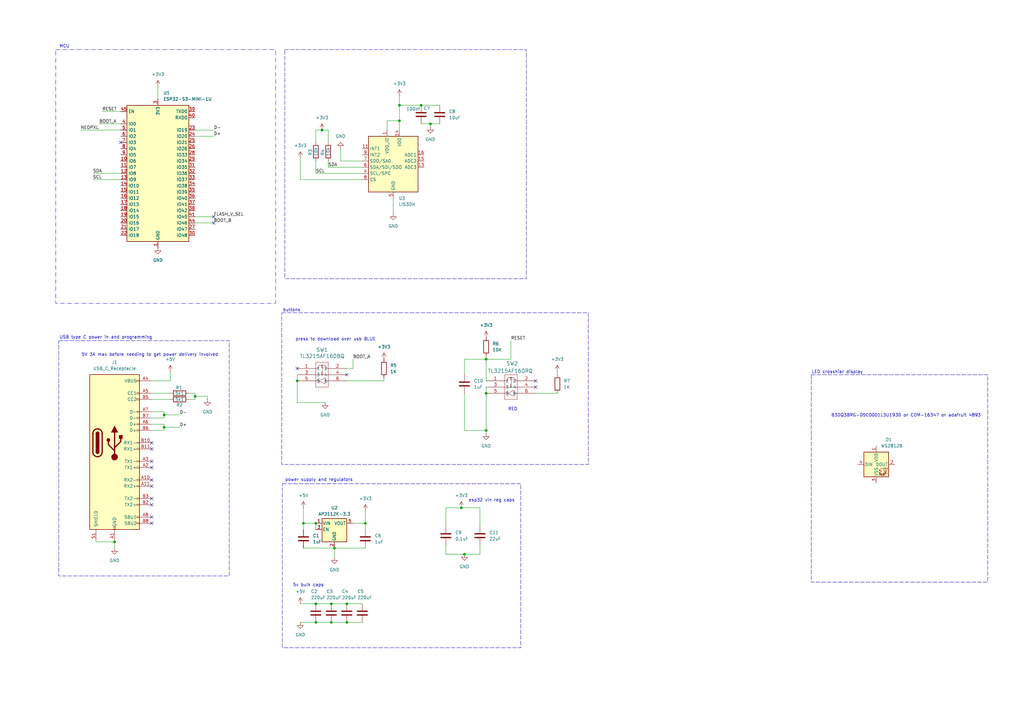
<source format=kicad_sch>
(kicad_sch (version 20231120) (generator "eeschema") (generator_version "8.0")
  (paper "A3")
  (lib_symbols
    (symbol "B3DQ3:B3DQ3BRG"
      (property "Reference" "LED" (at 0 -3.556 0))
      (symbol "B3DQ3BRG_0_0"
        (text "RGB" (at 1.016 -1.905 0) (effects (font (size 0.762 0.762))))
      )
      (symbol "B3DQ3BRG_0_1"
        (polyline (pts (xy 0 -1.27) (xy 0.508 -1.27)))
        (polyline (pts (xy 0 -0.254) (xy 0.508 -0.254)))
        (polyline (pts (xy 3.429 -1.27) (xy 1.397 -1.27)))
        (polyline (pts (xy 1.016 -0.254) (xy 0 -1.27) (xy 0 -0.762)))
        (polyline (pts (xy 1.016 0.762) (xy 0 -0.254) (xy 0 0.254)))
        (polyline (pts (xy 2.413 1.27) (xy 2.413 -1.27) (xy 2.413 -1.778)))
        (polyline (pts (xy 3.429 0.762) (xy 1.397 0.762) (xy 2.413 -1.27) (xy 3.429 0.762)))
      )
      (symbol "B3DQ3BRG_1_1"
        (rectangle (start -5.08 2.54) (end 7.62 -2.54) (fill (type background)))
        (pin input line (at -7.62 -1.27 0) (length 2.54) (name "VSS") (number "1"))
        (pin input line (at -7.62 1.27 0) (length 2.54) (name "VDD") (number "2"))
        (pin input line (at 10.16 1.27 180) (length 2.54) (name "DI") (number "3"))
        (pin input line (at 10.16 -1.27 180) (length 2.54) (name "DO") (number "4"))
      )
    )
    (symbol "Connector:USB_C_Receptacle" (pin_names (offset 1.016))
      (property "Reference" "J" (at -10.16 29.21 0))
      (property "Value" "USB_C_Receptacle" (at 10.16 29.21 0))
      (symbol "USB_C_Receptacle_0_0"
        (rectangle (start -0.254 -35.56) (end 0.254 -34.544))
        (rectangle (start 10.16 -32.766) (end 9.144 -33.274))
        (rectangle (start 10.16 -30.226) (end 9.144 -30.734))
        (rectangle (start 10.16 -25.146) (end 9.144 -25.654))
        (rectangle (start 10.16 -22.606) (end 9.144 -23.114))
        (rectangle (start 10.16 -17.526) (end 9.144 -18.034))
        (rectangle (start 10.16 -14.986) (end 9.144 -15.494))
        (rectangle (start 10.16 -9.906) (end 9.144 -10.414))
        (rectangle (start 10.16 -7.366) (end 9.144 -7.874))
        (rectangle (start 10.16 -2.286) (end 9.144 -2.794))
        (rectangle (start 10.16 0.254) (end 9.144 -0.254))
        (rectangle (start 10.16 5.334) (end 9.144 4.826))
        (rectangle (start 10.16 7.874) (end 9.144 7.366))
        (rectangle (start 10.16 10.414) (end 9.144 9.906))
        (rectangle (start 10.16 12.954) (end 9.144 12.446))
        (rectangle (start 10.16 18.034) (end 9.144 17.526))
        (rectangle (start 10.16 20.574) (end 9.144 20.066))
        (rectangle (start 10.16 25.654) (end 9.144 25.146))
      )
      (symbol "USB_C_Receptacle_0_1"
        (rectangle (start -10.16 27.94) (end 10.16 -35.56) (stroke (width 0.254)) (fill (type background)))
        (arc (start -8.89 -3.81) (mid -6.985 -5.7067) (end -5.08 -3.81) (stroke (width 0.508)))
        (arc (start -7.62 -3.81) (mid -6.985 -4.4423) (end -6.35 -3.81) (stroke (width 0.254)))
        (arc (start -7.62 -3.81) (mid -6.985 -4.4423) (end -6.35 -3.81) (stroke (width 0.254)) (fill (type outline)))
        (rectangle (start -7.62 -3.81) (end -6.35 3.81) (stroke (width 0.254)) (fill (type outline)))
        (arc (start -6.35 3.81) (mid -6.985 4.4423) (end -7.62 3.81) (stroke (width 0.254)))
        (arc (start -6.35 3.81) (mid -6.985 4.4423) (end -7.62 3.81) (stroke (width 0.254)) (fill (type outline)))
        (arc (start -5.08 3.81) (mid -6.985 5.7067) (end -8.89 3.81) (stroke (width 0.508)))
        (polyline (pts (xy -8.89 -3.81) (xy -8.89 3.81)) (stroke (width 0.508)))
        (polyline (pts (xy -5.08 3.81) (xy -5.08 -3.81)) (stroke (width 0.508)))
      )
      (symbol "USB_C_Receptacle_1_1"
        (circle (center -2.54 1.143) (radius 0.635) (stroke (width 0.254)) (fill (type outline)))
        (circle (center 0 -5.842) (radius 1.27) (fill (type outline)))
        (polyline (pts (xy 0 -5.842) (xy 0 4.318)) (stroke (width 0.508)))
        (polyline (pts (xy 0 -3.302) (xy -2.54 -0.762) (xy -2.54 0.508)) (stroke (width 0.508)))
        (polyline (pts (xy 0 -2.032) (xy 2.54 0.508) (xy 2.54 1.778)) (stroke (width 0.508)))
        (polyline (pts (xy -1.27 4.318) (xy 0 6.858) (xy 1.27 4.318) (xy -1.27 4.318)) (stroke (width 0.254)) (fill (type outline)))
        (rectangle (start 1.905 1.778) (end 3.175 3.048) (stroke (width 0.254)) (fill (type outline)))
        (pin passive line (at 0 -40.64 90) (length 5.08) (name "GND") (number "A1"))
        (pin bidirectional line (at 15.24 -15.24 180) (length 5.08) (name "RX2-") (number "A10"))
        (pin bidirectional line (at 15.24 -17.78 180) (length 5.08) (name "RX2+") (number "A11"))
        (pin passive line (at 0 -40.64 90) (length 5.08) hide (name "GND") (number "A12"))
        (pin bidirectional line (at 15.24 -10.16 180) (length 5.08) (name "TX1+") (number "A2"))
        (pin bidirectional line (at 15.24 -7.62 180) (length 5.08) (name "TX1-") (number "A3"))
        (pin passive line (at 15.24 25.4 180) (length 5.08) (name "VBUS") (number "A4"))
        (pin bidirectional line (at 15.24 20.32 180) (length 5.08) (name "CC1") (number "A5"))
        (pin bidirectional line (at 15.24 7.62 180) (length 5.08) (name "D+") (number "A6"))
        (pin bidirectional line (at 15.24 12.7 180) (length 5.08) (name "D-") (number "A7"))
        (pin bidirectional line (at 15.24 -30.48 180) (length 5.08) (name "SBU1") (number "A8"))
        (pin passive line (at 15.24 25.4 180) (length 5.08) hide (name "VBUS") (number "A9"))
        (pin passive line (at 0 -40.64 90) (length 5.08) hide (name "GND") (number "B1"))
        (pin bidirectional line (at 15.24 0 180) (length 5.08) (name "RX1-") (number "B10"))
        (pin bidirectional line (at 15.24 -2.54 180) (length 5.08) (name "RX1+") (number "B11"))
        (pin passive line (at 0 -40.64 90) (length 5.08) hide (name "GND") (number "B12"))
        (pin bidirectional line (at 15.24 -25.4 180) (length 5.08) (name "TX2+") (number "B2"))
        (pin bidirectional line (at 15.24 -22.86 180) (length 5.08) (name "TX2-") (number "B3"))
        (pin passive line (at 15.24 25.4 180) (length 5.08) hide (name "VBUS") (number "B4"))
        (pin bidirectional line (at 15.24 17.78 180) (length 5.08) (name "CC2") (number "B5"))
        (pin bidirectional line (at 15.24 5.08 180) (length 5.08) (name "D+") (number "B6"))
        (pin bidirectional line (at 15.24 10.16 180) (length 5.08) (name "D-") (number "B7"))
        (pin bidirectional line (at 15.24 -33.02 180) (length 5.08) (name "SBU2") (number "B8"))
        (pin passive line (at 15.24 25.4 180) (length 5.08) hide (name "VBUS") (number "B9"))
        (pin passive line (at -7.62 -40.64 90) (length 5.08) (name "SHIELD") (number "S1"))
      )
    )
    (symbol "Device:C" (pin_numbers hide) (pin_names (offset 0.254))
      (property "Reference" "C" (at 0.635 2.54 0))
      (property "Value" "C" (at 0.635 -2.54 0))
      (symbol "C_0_1"
        (polyline (pts (xy -2.032 -0.762) (xy 2.032 -0.762)) (stroke (width 0.508)))
        (polyline (pts (xy -2.032 0.762) (xy 2.032 0.762)) (stroke (width 0.508)))
      )
      (symbol "C_1_1"
        (pin passive line (at 0 3.81 270) (length 2.794) (name "~") (number "1"))
        (pin passive line (at 0 -3.81 90) (length 2.794) (name "~") (number "2"))
      )
    )
    (symbol "Device:R" (pin_numbers hide) (pin_names (offset 0))
      (property "Reference" "R" (at 2.032 0 90))
      (property "Value" "R" (at 0 0 90))
      (symbol "R_0_1"
        (rectangle (start -1.016 -2.54) (end 1.016 2.54) (stroke (width 0.254)))
      )
      (symbol "R_1_1"
        (pin passive line (at 0 3.81 270) (length 1.27) (name "~") (number "1"))
        (pin passive line (at 0 -3.81 90) (length 1.27) (name "~") (number "2"))
      )
    )
    (symbol "LED:WS2812B" (pin_names (offset 0.254))
      (property "Reference" "D" (at 5.08 5.715 0))
      (property "Value" "WS2812B" (at 1.27 -5.715 0))
      (symbol "WS2812B_0_0"
        (text "RGB" (at 2.286 -4.191 0) (effects (font (size 0.762 0.762))))
      )
      (symbol "WS2812B_0_1"
        (polyline (pts (xy 1.27 -3.556) (xy 1.778 -3.556)))
        (polyline (pts (xy 1.27 -2.54) (xy 1.778 -2.54)))
        (polyline (pts (xy 4.699 -3.556) (xy 2.667 -3.556)))
        (polyline (pts (xy 2.286 -2.54) (xy 1.27 -3.556) (xy 1.27 -3.048)))
        (polyline (pts (xy 2.286 -1.524) (xy 1.27 -2.54) (xy 1.27 -2.032)))
        (polyline (pts (xy 3.683 -1.016) (xy 3.683 -3.556) (xy 3.683 -4.064)))
        (polyline (pts (xy 4.699 -1.524) (xy 2.667 -1.524) (xy 3.683 -3.556) (xy 4.699 -1.524)))
        (rectangle (start 5.08 5.08) (end -5.08 -5.08) (stroke (width 0.254)) (fill (type background)))
      )
      (symbol "WS2812B_1_1"
        (pin power_in line (at 0 7.62 270) (length 2.54) (name "VDD") (number "1"))
        (pin output line (at 7.62 0 180) (length 2.54) (name "DOUT") (number "2"))
        (pin power_in line (at 0 -7.62 90) (length 2.54) (name "VSS") (number "3"))
        (pin input line (at -7.62 0 0) (length 2.54) (name "DIN") (number "4"))
      )
    )
    (symbol "MCU_Espressif:ESP32-S3-MINI-1U"
      (property "Reference" "U" (at -11.43 29.21 0))
      (property "Value" "ESP32-S3-MINI-1U" (at 12.7 29.21 0))
      (symbol "ESP32-S3-MINI-1U_0_1"
        (rectangle (start -12.7 27.94) (end 12.7 -27.94) (stroke (width 0.254)) (fill (type background)))
      )
      (symbol "ESP32-S3-MINI-1U_1_1"
        (pin power_in line (at 0 -30.48 90) (length 2.54) (name "GND") (number "1"))
        (pin bidirectional line (at -15.24 5.08 0) (length 2.54) (name "IO6") (number "10"))
        (pin bidirectional line (at -15.24 2.54 0) (length 2.54) (name "IO7") (number "11"))
        (pin bidirectional line (at -15.24 0 0) (length 2.54) (name "IO8") (number "12"))
        (pin bidirectional line (at -15.24 -2.54 0) (length 2.54) (name "IO9") (number "13"))
        (pin bidirectional line (at -15.24 -5.08 0) (length 2.54) (name "IO10") (number "14"))
        (pin bidirectional line (at -15.24 -7.62 0) (length 2.54) (name "IO11") (number "15"))
        (pin bidirectional line (at -15.24 -10.16 0) (length 2.54) (name "IO12") (number "16"))
        (pin bidirectional line (at -15.24 -12.7 0) (length 2.54) (name "IO13") (number "17"))
        (pin bidirectional line (at -15.24 -15.24 0) (length 2.54) (name "IO14") (number "18"))
        (pin bidirectional line (at -15.24 -17.78 0) (length 2.54) (name "IO15") (number "19"))
        (pin passive line (at 0 -30.48 90) (length 2.54) hide (name "GND") (number "2"))
        (pin bidirectional line (at -15.24 -20.32 0) (length 2.54) (name "IO16") (number "20"))
        (pin bidirectional line (at -15.24 -22.86 0) (length 2.54) (name "IO17") (number "21"))
        (pin bidirectional line (at -15.24 -25.4 0) (length 2.54) (name "IO18") (number "22"))
        (pin bidirectional line (at 15.24 17.78 180) (length 2.54) (name "IO19") (number "23"))
        (pin bidirectional line (at 15.24 15.24 180) (length 2.54) (name "IO20") (number "24"))
        (pin bidirectional line (at 15.24 12.7 180) (length 2.54) (name "IO21") (number "25"))
        (pin bidirectional line (at 15.24 10.16 180) (length 2.54) (name "IO26") (number "26"))
        (pin bidirectional line (at 15.24 -22.86 180) (length 2.54) (name "IO47") (number "27"))
        (pin bidirectional line (at 15.24 7.62 180) (length 2.54) (name "IO33") (number "28"))
        (pin bidirectional line (at 15.24 5.08 180) (length 2.54) (name "IO34") (number "29"))
        (pin power_in line (at 0 30.48 270) (length 2.54) (name "3V3") (number "3"))
        (pin bidirectional line (at 15.24 -25.4 180) (length 2.54) (name "IO48") (number "30"))
        (pin bidirectional line (at 15.24 2.54 180) (length 2.54) (name "IO35") (number "31"))
        (pin bidirectional line (at 15.24 0 180) (length 2.54) (name "IO36") (number "32"))
        (pin bidirectional line (at 15.24 -2.54 180) (length 2.54) (name "IO37") (number "33"))
        (pin bidirectional line (at 15.24 -5.08 180) (length 2.54) (name "IO38") (number "34"))
        (pin bidirectional line (at 15.24 -7.62 180) (length 2.54) (name "IO39") (number "35"))
        (pin bidirectional line (at 15.24 -10.16 180) (length 2.54) (name "IO40") (number "36"))
        (pin bidirectional line (at 15.24 -12.7 180) (length 2.54) (name "IO41") (number "37"))
        (pin bidirectional line (at 15.24 -15.24 180) (length 2.54) (name "IO42") (number "38"))
        (pin bidirectional line (at 15.24 25.4 180) (length 2.54) (name "TXD0") (number "39"))
        (pin bidirectional line (at -15.24 20.32 0) (length 2.54) (name "IO0") (number "4"))
        (pin bidirectional line (at 15.24 22.86 180) (length 2.54) (name "RXD0") (number "40"))
        (pin bidirectional line (at 15.24 -17.78 180) (length 2.54) (name "IO45") (number "41"))
        (pin passive line (at 0 -30.48 90) (length 2.54) hide (name "GND") (number "42"))
        (pin passive line (at 0 -30.48 90) (length 2.54) hide (name "GND") (number "43"))
        (pin bidirectional line (at 15.24 -20.32 180) (length 2.54) (name "IO46") (number "44"))
        (pin input line (at -15.24 25.4 0) (length 2.54) (name "EN") (number "45"))
        (pin passive line (at 0 -30.48 90) (length 2.54) hide (name "GND") (number "46"))
        (pin passive line (at 0 -30.48 90) (length 2.54) hide (name "GND") (number "47"))
        (pin passive line (at 0 -30.48 90) (length 2.54) hide (name "GND") (number "48"))
        (pin passive line (at 0 -30.48 90) (length 2.54) hide (name "GND") (number "49"))
        (pin bidirectional line (at -15.24 17.78 0) (length 2.54) (name "IO1") (number "5"))
        (pin passive line (at 0 -30.48 90) (length 2.54) hide (name "GND") (number "50"))
        (pin passive line (at 0 -30.48 90) (length 2.54) hide (name "GND") (number "51"))
        (pin passive line (at 0 -30.48 90) (length 2.54) hide (name "GND") (number "52"))
        (pin passive line (at 0 -30.48 90) (length 2.54) hide (name "GND") (number "53"))
        (pin passive line (at 0 -30.48 90) (length 2.54) hide (name "GND") (number "54"))
        (pin passive line (at 0 -30.48 90) (length 2.54) hide (name "GND") (number "55"))
        (pin passive line (at 0 -30.48 90) (length 2.54) hide (name "GND") (number "56"))
        (pin passive line (at 0 -30.48 90) (length 2.54) hide (name "GND") (number "57"))
        (pin passive line (at 0 -30.48 90) (length 2.54) hide (name "GND") (number "58"))
        (pin passive line (at 0 -30.48 90) (length 2.54) hide (name "GND") (number "59"))
        (pin bidirectional line (at -15.24 15.24 0) (length 2.54) (name "IO2") (number "6"))
        (pin passive line (at 0 -30.48 90) (length 2.54) hide (name "GND") (number "60"))
        (pin passive line (at 0 -30.48 90) (length 2.54) hide (name "GND") (number "61"))
        (pin passive line (at 0 -30.48 90) (length 2.54) hide (name "GND") (number "62"))
        (pin passive line (at 0 -30.48 90) (length 2.54) hide (name "GND") (number "63"))
        (pin passive line (at 0 -30.48 90) (length 2.54) hide (name "GND") (number "64"))
        (pin passive line (at 0 -30.48 90) (length 2.54) hide (name "GND") (number "65"))
        (pin bidirectional line (at -15.24 12.7 0) (length 2.54) (name "IO3") (number "7"))
        (pin bidirectional line (at -15.24 10.16 0) (length 2.54) (name "IO4") (number "8"))
        (pin bidirectional line (at -15.24 7.62 0) (length 2.54) (name "IO5") (number "9"))
      )
    )
    (symbol "Regulator_Linear:AP2112K-3.3" (pin_names (offset 0.254))
      (property "Reference" "U" (at -5.08 5.715 0))
      (property "Value" "AP2112K-3.3" (at 0 5.715 0))
      (symbol "AP2112K-3.3_0_1"
        (rectangle (start -5.08 4.445) (end 5.08 -5.08) (stroke (width 0.254)) (fill (type background)))
      )
      (symbol "AP2112K-3.3_1_1"
        (pin power_in line (at -7.62 2.54 0) (length 2.54) (name "VIN") (number "1"))
        (pin power_in line (at 0 -7.62 90) (length 2.54) (name "GND") (number "2"))
        (pin input line (at -7.62 0 0) (length 2.54) (name "EN") (number "3"))
        (pin no_connect line (at 5.08 0 180) (length 2.54) hide (name "NC") (number "4"))
        (pin power_out line (at 7.62 2.54 180) (length 2.54) (name "VOUT") (number "5"))
      )
    )
    (symbol "Sensor_Motion:LIS3DH"
      (property "Reference" "U" (at -7.62 11.43 0))
      (property "Value" "LIS3DH" (at 6.35 11.43 0))
      (symbol "LIS3DH_0_1"
        (rectangle (start -10.16 10.16) (end 10.16 -12.7) (stroke (width 0.254)) (fill (type background)))
      )
      (symbol "LIS3DH_1_1"
        (pin power_in line (at -2.54 12.7 270) (length 2.54) (name "VDD_IO") (number "1"))
        (pin passive line (at 0 -15.24 90) (length 2.54) hide (name "GND") (number "10"))
        (pin output line (at -12.7 5.08 0) (length 2.54) (name "INT1") (number "11"))
        (pin passive line (at 0 -15.24 90) (length 2.54) hide (name "GND") (number "12"))
        (pin input line (at 12.7 -2.54 180) (length 2.54) (name "ADC3") (number "13"))
        (pin power_in line (at 2.54 12.7 270) (length 2.54) (name "VDD") (number "14"))
        (pin input line (at 12.7 0 180) (length 2.54) (name "ADC2") (number "15"))
        (pin input line (at 12.7 2.54 180) (length 2.54) (name "ADC1") (number "16"))
        (pin no_connect line (at 10.16 5.08 180) (length 2.54) hide (name "NC") (number "2"))
        (pin no_connect line (at 10.16 7.62 180) (length 2.54) hide (name "NC") (number "3"))
        (pin input line (at -12.7 -5.08 0) (length 2.54) (name "SCL/SPC") (number "4"))
        (pin power_in line (at 0 -15.24 90) (length 2.54) (name "GND") (number "5"))
        (pin bidirectional line (at -12.7 -2.54 0) (length 2.54) (name "SDA/SDI/SDO") (number "6"))
        (pin bidirectional line (at -12.7 0 0) (length 2.54) (name "SDO/SA0") (number "7"))
        (pin input line (at -12.7 -7.62 0) (length 2.54) (name "CS") (number "8"))
        (pin output line (at -12.7 2.54 0) (length 2.54) (name "INT2") (number "9"))
      )
    )
    (symbol "TL3215:TL3215AF160BQ" (pin_names (offset 0.254))
      (property "Reference" "SW" (at 10.16 7.62 0))
      (property "Value" "TL3215AF160BQ" (at 10.16 5.08 0))
      (symbol "TL3215AF160BQ_0_1"
        (polyline (pts (xy 7.62 -7.62) (xy 12.7 -7.62)) (stroke (width 0.127)))
        (polyline (pts (xy 7.62 -5.08) (xy 8.89 -5.08)) (stroke (width 0.127)))
        (polyline (pts (xy 7.62 0) (xy 8.89 0)) (stroke (width 0.127)))
        (polyline (pts (xy 7.62 2.54) (xy 7.62 -7.62)) (stroke (width 0.127)))
        (polyline (pts (xy 8.89 -5.08) (xy 11.43 -6.35)) (stroke (width 0.127)))
        (polyline (pts (xy 8.89 -3.81) (xy 8.89 -6.35)) (stroke (width 0.127)))
        (polyline (pts (xy 8.89 1.27) (xy 8.89 0)) (stroke (width 0.127)))
        (polyline (pts (xy 8.89 1.27) (xy 11.43 1.27)) (stroke (width 0.127)))
        (polyline (pts (xy 10.16 -2.032) (xy 10.16 -2.54)) (stroke (width 0.127)))
        (polyline (pts (xy 10.16 -1.524) (xy 10.668 0.508)) (stroke (width 0.127)))
        (polyline (pts (xy 10.16 1.27) (xy 10.16 0.762)) (stroke (width 0.127)))
        (polyline (pts (xy 11.43 -6.35) (xy 11.43 -3.81)) (stroke (width 0.127)))
        (polyline (pts (xy 11.43 -5.08) (xy 12.7 -5.08)) (stroke (width 0.127)))
        (polyline (pts (xy 11.43 -3.81) (xy 8.89 -5.08)) (stroke (width 0.127)))
        (polyline (pts (xy 11.43 0) (xy 12.7 0)) (stroke (width 0.127)))
        (polyline (pts (xy 11.43 1.27) (xy 11.43 0)) (stroke (width 0.127)))
        (polyline (pts (xy 12.7 -7.62) (xy 12.7 2.54)) (stroke (width 0.127)))
        (polyline (pts (xy 12.7 -2.54) (xy 7.62 -2.54)) (stroke (width 0.127)))
        (polyline (pts (xy 12.7 2.54) (xy 7.62 2.54)) (stroke (width 0.127)))
        (circle (center 10.16 -2.54) (radius 0.127) (stroke (width 0.254)))
        (circle (center 10.16 -1.778) (radius 0.254) (stroke (width 0.127)))
        (circle (center 10.16 0.508) (radius 0.254) (stroke (width 0.127)))
        (circle (center 10.16 1.27) (radius 0.127) (stroke (width 0.254)))
        (pin unspecified line (at 0 0 0) (length 7.62) (name "1") (number "1"))
        (pin unspecified line (at 20.32 0 180) (length 7.62) (name "2") (number "2"))
        (pin unspecified line (at 0 -2.54 0) (length 7.62) (name "3") (number "3"))
        (pin unspecified line (at 20.32 -2.54 180) (length 7.62) (name "4") (number "4"))
        (pin unspecified line (at 0 -5.08 0) (length 7.62) (name "5") (number "5"))
        (pin unspecified line (at 20.32 -5.08 180) (length 7.62) (name "6") (number "6"))
      )
    )
    (symbol "power:+3V3" (power) (pin_numbers hide) (pin_names (offset 0) hide)
      (property "Value" "+3V3" (at 0 3.556 0))
      (symbol "+3V3_0_1"
        (polyline (pts (xy -0.762 1.27) (xy 0 2.54)))
        (polyline (pts (xy 0 0) (xy 0 2.54)))
        (polyline (pts (xy 0 2.54) (xy 0.762 1.27)))
      )
      (symbol "+3V3_1_1"
        (pin power_in line (at 0 0 90) (length 0) (name "~") (number "1"))
      )
    )
    (symbol "power:+5V" (power) (pin_numbers hide) (pin_names (offset 0) hide)
      (property "Value" "+5V" (at 0 3.556 0))
      (symbol "+5V_0_1"
        (polyline (pts (xy -0.762 1.27) (xy 0 2.54)))
        (polyline (pts (xy 0 0) (xy 0 2.54)))
        (polyline (pts (xy 0 2.54) (xy 0.762 1.27)))
      )
      (symbol "+5V_1_1"
        (pin power_in line (at 0 0 90) (length 0) (name "~") (number "1"))
      )
    )
    (symbol "power:GND" (power) (pin_numbers hide) (pin_names (offset 0) hide)
      (property "Value" "GND" (at 0 -3.81 0))
      (symbol "GND_0_1"
        (polyline (pts (xy 0 0) (xy 0 -1.27) (xy 1.27 -1.27) (xy 0 -2.54) (xy -1.27 -1.27) (xy 0 -1.27)))
      )
      (symbol "GND_1_1"
        (pin power_in line (at 0 0 270) (length 0) (name "~") (number "1"))
      )
    )
  )
  (junction (at 199.39 147.32))
  (junction (at 46.99 222.25))
  (junction (at 135.89 247.65))
  (junction (at 137.16 224.79))
  (junction (at 163.83 49.53))
  (junction (at 67.31 170.18))
  (junction (at 121.92 156.21))
  (junction (at 132.08 53.34))
  (junction (at 199.39 161.29))
  (junction (at 142.24 255.27))
  (junction (at 172.72 43.18))
  (junction (at 142.24 247.65))
  (junction (at 135.89 255.27))
  (junction (at 149.86 214.63))
  (junction (at 80.01 162.56))
  (junction (at 67.31 175.26))
  (junction (at 190.5 227.33))
  (junction (at 129.54 255.27))
  (junction (at 163.83 43.18))
  (junction (at 124.46 214.63))
  (junction (at 189.23 208.28))
  (junction (at 129.54 214.63))
  (junction (at 176.53 50.8))
  (junction (at 129.54 247.65))
  (junction (at 199.39 176.53))
  (no_connect (at 62.23 214.63))
  (no_connect (at 62.23 184.15))
  (no_connect (at 62.23 191.77))
  (no_connect (at 62.23 189.23))
  (no_connect (at 62.23 199.39))
  (no_connect (at 62.23 204.47))
  (no_connect (at 219.71 156.21))
  (no_connect (at 121.92 151.13))
  (no_connect (at 87.63 91.44))
  (no_connect (at 142.24 153.67))
  (no_connect (at 62.23 207.01))
  (no_connect (at 62.23 181.61))
  (no_connect (at 87.63 88.9))
  (no_connect (at 219.71 158.75))
  (no_connect (at 62.23 212.09))
  (no_connect (at 62.23 196.85))
  (no_connect (at 49.53 58.42))
  (wire (pts (xy 163.83 49.53) (xy 163.83 53.34)))
  (wire (pts (xy 80.01 161.29) (xy 80.01 162.56)))
  (wire (pts (xy 144.78 151.13) (xy 142.24 151.13)))
  (wire (pts (xy 190.5 147.32) (xy 199.39 147.32)))
  (wire (pts (xy 129.54 214.63) (xy 129.54 217.17)))
  (wire (pts (xy 123.19 255.27) (xy 129.54 255.27)))
  (wire (pts (xy 77.47 161.29) (xy 80.01 161.29)))
  (wire (pts (xy 33.02 53.34) (xy 49.53 53.34)))
  (wire (pts (xy 142.24 156.21) (xy 157.48 156.21)))
  (wire (pts (xy 40.64 50.8) (xy 49.53 50.8)))
  (wire (pts (xy 142.24 255.27) (xy 148.59 255.27)))
  (wire (pts (xy 67.31 175.26) (xy 67.31 176.53)))
  (wire (pts (xy 161.29 81.28) (xy 161.29 87.63)))
  (wire (pts (xy 124.46 224.79) (xy 137.16 224.79)))
  (wire (pts (xy 67.31 170.18) (xy 67.31 171.45)))
  (wire (pts (xy 196.85 223.52) (xy 196.85 227.33)))
  (wire (pts (xy 182.88 215.9) (xy 182.88 208.28)))
  (wire (pts (xy 182.88 208.28) (xy 189.23 208.28)))
  (wire (pts (xy 148.59 73.66) (xy 123.19 73.66)))
  (wire (pts (xy 129.54 214.63) (xy 124.46 214.63)))
  (wire (pts (xy 199.39 177.8) (xy 199.39 176.53)))
  (wire (pts (xy 199.39 161.29) (xy 199.39 176.53)))
  (wire (pts (xy 134.62 53.34) (xy 132.08 53.34)))
  (wire (pts (xy 46.99 224.79) (xy 46.99 222.25)))
  (wire (pts (xy 158.75 53.34) (xy 158.75 49.53)))
  (wire (pts (xy 199.39 147.32) (xy 209.55 147.32)))
  (wire (pts (xy 149.86 209.55) (xy 149.86 214.63)))
  (wire (pts (xy 163.83 39.37) (xy 163.83 43.18)))
  (wire (pts (xy 38.1 73.66) (xy 49.53 73.66)))
  (wire (pts (xy 80.01 162.56) (xy 85.09 162.56)))
  (wire (pts (xy 129.54 255.27) (xy 135.89 255.27)))
  (wire (pts (xy 135.89 255.27) (xy 142.24 255.27)))
  (wire (pts (xy 182.88 223.52) (xy 182.88 227.33)))
  (wire (pts (xy 135.89 247.65) (xy 142.24 247.65)))
  (wire (pts (xy 196.85 208.28) (xy 189.23 208.28)))
  (wire (pts (xy 219.71 161.29) (xy 228.6 161.29)))
  (wire (pts (xy 196.85 227.33) (xy 190.5 227.33)))
  (wire (pts (xy 80.01 88.9) (xy 87.63 88.9)))
  (wire (pts (xy 148.59 68.58) (xy 134.62 68.58)))
  (wire (pts (xy 148.59 66.04) (xy 139.7 66.04)))
  (wire (pts (xy 85.09 163.83) (xy 85.09 162.56)))
  (wire (pts (xy 158.75 49.53) (xy 163.83 49.53)))
  (wire (pts (xy 80.01 53.34) (xy 87.63 53.34)))
  (wire (pts (xy 199.39 147.32) (xy 199.39 156.21)))
  (wire (pts (xy 39.37 222.25) (xy 46.99 222.25)))
  (wire (pts (xy 132.08 53.34) (xy 129.54 53.34)))
  (wire (pts (xy 123.19 247.65) (xy 129.54 247.65)))
  (wire (pts (xy 64.77 35.56) (xy 64.77 40.64)))
  (wire (pts (xy 176.53 50.8) (xy 176.53 52.07)))
  (wire (pts (xy 134.62 58.42) (xy 134.62 53.34)))
  (wire (pts (xy 172.72 43.18) (xy 180.34 43.18)))
  (wire (pts (xy 41.91 45.72) (xy 49.53 45.72)))
  (wire (pts (xy 62.23 168.91) (xy 67.31 168.91)))
  (wire (pts (xy 121.92 153.67) (xy 121.92 156.21)))
  (wire (pts (xy 80.01 91.44) (xy 87.63 91.44)))
  (wire (pts (xy 163.83 43.18) (xy 172.72 43.18)))
  (wire (pts (xy 176.53 50.8) (xy 180.34 50.8)))
  (wire (pts (xy 199.39 158.75) (xy 199.39 161.29)))
  (wire (pts (xy 157.48 156.21) (xy 157.48 154.94)))
  (wire (pts (xy 163.83 43.18) (xy 163.83 49.53)))
  (wire (pts (xy 228.6 153.67) (xy 228.6 152.4)))
  (wire (pts (xy 62.23 156.21) (xy 69.85 156.21)))
  (wire (pts (xy 69.85 156.21) (xy 69.85 152.4)))
  (wire (pts (xy 196.85 215.9) (xy 196.85 208.28)))
  (wire (pts (xy 62.23 176.53) (xy 67.31 176.53)))
  (wire (pts (xy 124.46 217.17) (xy 124.46 214.63)))
  (wire (pts (xy 142.24 247.65) (xy 148.59 247.65)))
  (wire (pts (xy 129.54 247.65) (xy 135.89 247.65)))
  (wire (pts (xy 137.16 224.79) (xy 149.86 224.79)))
  (wire (pts (xy 149.86 217.17) (xy 149.86 214.63)))
  (wire (pts (xy 134.62 68.58) (xy 134.62 66.04)))
  (wire (pts (xy 139.7 60.96) (xy 139.7 66.04)))
  (wire (pts (xy 129.54 71.12) (xy 129.54 66.04)))
  (wire (pts (xy 172.72 50.8) (xy 176.53 50.8)))
  (wire (pts (xy 67.31 168.91) (xy 67.31 170.18)))
  (wire (pts (xy 80.01 163.83) (xy 77.47 163.83)))
  (wire (pts (xy 129.54 53.34) (xy 129.54 58.42)))
  (wire (pts (xy 80.01 162.56) (xy 80.01 163.83)))
  (wire (pts (xy 67.31 173.99) (xy 67.31 175.26)))
  (wire (pts (xy 148.59 71.12) (xy 129.54 71.12)))
  (wire (pts (xy 67.31 171.45) (xy 62.23 171.45)))
  (wire (pts (xy 123.19 64.77) (xy 123.19 73.66)))
  (wire (pts (xy 124.46 208.28) (xy 124.46 214.63)))
  (wire (pts (xy 80.01 55.88) (xy 87.63 55.88)))
  (wire (pts (xy 137.16 228.6) (xy 137.16 224.79)))
  (wire (pts (xy 62.23 173.99) (xy 67.31 173.99)))
  (wire (pts (xy 62.23 161.29) (xy 69.85 161.29)))
  (wire (pts (xy 190.5 176.53) (xy 199.39 176.53)))
  (wire (pts (xy 190.5 147.32) (xy 190.5 153.67)))
  (wire (pts (xy 209.55 139.7) (xy 209.55 147.32)))
  (wire (pts (xy 67.31 170.18) (xy 73.66 170.18)))
  (wire (pts (xy 144.78 147.32) (xy 144.78 151.13)))
  (wire (pts (xy 182.88 227.33) (xy 190.5 227.33)))
  (wire (pts (xy 144.78 214.63) (xy 149.86 214.63)))
  (wire (pts (xy 67.31 175.26) (xy 73.66 175.26)))
  (wire (pts (xy 62.23 163.83) (xy 69.85 163.83)))
  (wire (pts (xy 121.92 156.21) (xy 121.92 165.1)))
  (wire (pts (xy 38.1 71.12) (xy 49.53 71.12)))
  (wire (pts (xy 121.92 165.1) (xy 133.35 165.1)))
  (wire (pts (xy 199.39 146.05) (xy 199.39 147.32)))
  (wire (pts (xy 190.5 161.29) (xy 190.5 176.53)))
  (rectangle (start 332.74 153.67) (end 405.13 238.76) (stroke (width 0) (type dash)))
  (rectangle (start 115.824 198.374) (end 213.614 265.684) (stroke (width 0) (type dash)))
  (rectangle (start 115.57 128.27) (end 241.3 190.5) (stroke (width 0) (type dash)))
  (rectangle (start 116.84 20.32) (end 215.9 114.3) (stroke (width 0) (type dash)))
  (rectangle (start 22.86 20.32) (end 113.03 124.46) (stroke (width 0) (type dash_dot)))
  (rectangle (start 24.13 139.7) (end 93.98 236.22) (stroke (width 0) (type dash)))
  (text "5v bulk caps" (at 126.492 240.03 0) (effects (font (size 1.27 1.27))))
  (text "5V 3A max before needing to get power delivery involved" (at 61.468 145.542 0) (effects (font (size 1.27 1.27))))
  (text "RED" (at 210.312 167.894 0) (effects (font (size 1.27 1.27))))
  (text "power supply and regulators" (at 130.81 196.85 0) (effects (font (size 1.27 1.27))))
  (text "MCU" (at 26.416 19.05 0) (effects (font (size 1.27 1.27))))
  (text "B3DQ3BRG-05C0001L3U1930 or COM-16347 or adafruit 4893\n\n\n" (at 371.602 172.466 0) (effects (font (size 1.27 1.27))))
  (text "esp32 vin reg caps" (at 201.676 205.232 0) (effects (font (size 1.27 1.27))))
  (text "LED crosshiar display" (at 343.408 152.654 0) (effects (font (size 1.27 1.27))))
  (text "buttons" (at 119.634 127.254 0) (effects (font (size 1.27 1.27))))
  (text "USB type C power in and programming" (at 43.434 138.43 0) (effects (font (size 1.27 1.27))))
  (text "press to download over usb BLUE\n" (at 137.668 139.192 0) (effects (font (size 1.27 1.27))))
  (label "SDA" (at 38.1 71.12 0))
  (label "D-" (at 73.66 170.18 0))
  (label "BOOT_B" (at 87.63 91.44 0))
  (label "FLASH_V_SEL" (at 87.63 88.9 0))
  (label "RESET" (at 41.91 45.72 0))
  (label "SCL" (at 38.1 73.66 0))
  (label "BOOT_A" (at 144.78 147.32 0))
  (label "D+" (at 87.63 55.88 0))
  (label "SCL" (at 129.54 71.12 0))
  (label "D+" (at 73.66 175.26 0))
  (label "NEOPXL" (at 33.02 53.34 0))
  (label "BOOT_A" (at 40.64 50.8 0))
  (label "RESET" (at 209.55 139.7 0))
  (label "SDA" (at 134.62 68.58 0))
  (label "D-" (at 87.63 53.34 0))
  (symbol (lib_id "power:GND") (at 137.16 228.6 0) (unit 1)
    (property "Reference" "#PWR010" (effects (hide yes)))
    (property "Value" "GND" (at 137.16 233.68 0))
    (property "Description" "Power symbol creates a global label with name \"GND\" , ground" (effects (hide yes)))
  )
  (symbol (lib_id "power:GND") (at 64.77 101.6 0) (unit 1)
    (property "Reference" "#PWR03" (effects (hide yes)))
    (property "Value" "GND" (at 64.77 106.68 0))
    (property "Description" "Power symbol creates a global label with name \"GND\" , ground" (effects (hide yes)))
  )
  (symbol (lib_id "Device:C") (at 196.85 219.71 0) (unit 1)
    (property "Reference" "C11" (at 200.66 218.4399 0) (effects (justify left)))
    (property "Value" "22uF" (at 200.66 220.9799 0) (effects (justify left)))
    (property "Footprint" "Capacitor_SMD:C_0603_1608Metric" (effects (hide yes)))
    (property "Datasheet" "https://www.digikey.com/en/products/detail/murata-electronics/GCM188R71C105KA64D/1979250" (effects (hide yes)))
    (property "Description" "Unpolarized capacitor" (effects (hide yes)))
  )
  (symbol (lib_id "TL3215:TL3215AF160BQ") (at 121.92 151.13 0) (unit 1)
    (property "Reference" "SW1" (at 132.08 143.51 0) (effects (font (size 1.524 1.524))))
    (property "Value" "TL3215AF160BQ" (at 132.08 146.05 0) (effects (font (size 1.524 1.524))))
    (property "Footprint" "TL3215AF160BQ_EWI" (effects (hide yes)))
    (property "Datasheet" "TL3215AF160BQ" (effects (hide yes)))
  )
  (symbol (lib_id "Device:C") (at 149.86 220.98 0) (unit 1)
    (property "Reference" "C6" (at 153.67 219.7099 0) (effects (justify left)))
    (property "Value" "1uF" (at 153.67 222.2499 0) (effects (justify left)))
    (property "Footprint" "Capacitor_SMD:C_0603_1608Metric" (effects (hide yes)))
    (property "Datasheet" "https://www.digikey.com/en/products/detail/murata-electronics/GCM188R71C105KA64D/1979250" (effects (hide yes)))
    (property "Description" "Unpolarized capacitor" (effects (hide yes)))
  )
  (symbol (lib_id "Device:C") (at 129.54 251.46 0) (unit 1)
    (property "Reference" "C2" (at 127.508 242.57 0) (effects (justify left)))
    (property "Value" "220uF" (at 127.508 245.11 0) (effects (justify left)))
    (property "Footprint" "Capacitor_SMD:C_1206_3216Metric" (effects (hide yes)))
    (property "Datasheet" "https://www.digikey.com/en/products/detail/murata-electronics/GRM31CR60J227ME11K/10695702" (effects (hide yes)))
    (property "Description" "Unpolarized capacitor" (effects (hide yes)))
  )
  (symbol (lib_id "Device:R") (at 129.54 62.23 180) (unit 1)
    (property "Reference" "R3" (at 127.254 62.484 90))
    (property "Value" "10k" (at 129.54 62.23 90))
    (property "Footprint" "Resistor_SMD:R_0603_1608Metric" (effects (hide yes)))
    (property "Description" "Resistor" (effects (hide yes)))
  )
  (symbol (lib_id "power:+5V") (at 69.85 152.4 0) (unit 1)
    (property "Reference" "#PWR04" (effects (hide yes)))
    (property "Value" "+5V" (at 69.85 147.32 0))
    (property "Description" "Power symbol creates a global label with name \"+5V\"" (effects (hide yes)))
  )
  (symbol (lib_id "power:+3V3") (at 64.77 35.56 0) (unit 1)
    (property "Reference" "#PWR02" (effects (hide yes)))
    (property "Value" "+3V3" (at 64.77 30.48 0))
    (property "Description" "Power symbol creates a global label with name \"+3V3\"" (effects (hide yes)))
  )
  (symbol (lib_id "power:+3V3") (at 163.83 39.37 0) (unit 1)
    (property "Reference" "#PWR014" (effects (hide yes)))
    (property "Value" "+3V3" (at 163.83 34.29 0))
    (property "Description" "Power symbol creates a global label with name \"+3V3\"" (effects (hide yes)))
  )
  (symbol (lib_id "Device:R") (at 157.48 151.13 0) (unit 1)
    (property "Reference" "R5" (at 160.02 149.8599 0) (effects (justify left)))
    (property "Value" "1K" (at 160.02 152.3999 0) (effects (justify left)))
    (property "Footprint" "Resistor_SMD:R_0603_1608Metric" (effects (hide yes)))
    (property "Description" "Resistor" (effects (hide yes)))
  )
  (symbol (lib_id "power:GND") (at 123.19 255.27 0) (unit 1)
    (property "Reference" "#PWR07" (effects (hide yes)))
    (property "Value" "GND" (at 123.19 260.35 0))
    (property "Description" "Power symbol creates a global label with name \"GND\" , ground" (effects (hide yes)))
  )
  (symbol (lib_id "power:+3V3") (at 189.23 208.28 0) (unit 1)
    (property "Reference" "#PWR016" (effects (hide yes)))
    (property "Value" "+3V3" (at 189.23 203.2 0))
    (property "Description" "Power symbol creates a global label with name \"+3V3\"" (effects (hide yes)))
  )
  (symbol (lib_id "power:+5V") (at 123.19 247.65 0) (unit 1)
    (property "Reference" "#PWR06" (effects (hide yes)))
    (property "Value" "+5V" (at 123.19 242.57 0))
    (property "Description" "Power symbol creates a global label with name \"+5V\"" (effects (hide yes)))
  )
  (symbol (lib_id "power:+5V") (at 124.46 208.28 0) (unit 1)
    (property "Reference" "#PWR08" (effects (hide yes)))
    (property "Value" "+5V" (at 124.46 203.2 0))
    (property "Description" "Power symbol creates a global label with name \"+5V\"" (effects (hide yes)))
  )
  (symbol (lib_id "power:+3V3") (at 199.39 138.43 0) (unit 1)
    (property "Reference" "#PWR018" (effects (hide yes)))
    (property "Value" "+3V3" (at 199.39 133.35 0))
    (property "Description" "Power symbol creates a global label with name \"+3V3\"" (effects (hide yes)))
  )
  (symbol (lib_id "Device:R") (at 228.6 157.48 0) (unit 1)
    (property "Reference" "R7" (at 231.14 156.2099 0) (effects (justify left)))
    (property "Value" "1K" (at 231.14 158.7499 0) (effects (justify left)))
    (property "Footprint" "Resistor_SMD:R_0603_1608Metric" (effects (hide yes)))
    (property "Description" "Resistor" (effects (hide yes)))
  )
  (symbol (lib_id "Device:R") (at 134.62 62.23 180) (unit 1)
    (property "Reference" "R4" (at 132.334 62.484 90))
    (property "Value" "10k" (at 134.62 62.23 90))
    (property "Footprint" "Resistor_SMD:R_0603_1608Metric" (effects (hide yes)))
    (property "Description" "Resistor" (effects (hide yes)))
  )
  (symbol (lib_id "power:GND") (at 46.99 224.79 0) (unit 1)
    (property "Reference" "#PWR01" (effects (hide yes)))
    (property "Value" "GND" (at 46.99 229.87 0))
    (property "Description" "Power symbol creates a global label with name \"GND\" , ground" (effects (hide yes)))
  )
  (symbol (lib_id "Device:C") (at 182.88 219.71 0) (unit 1)
    (property "Reference" "C9" (at 186.69 218.4399 0) (effects (justify left)))
    (property "Value" "0.1uF" (at 186.69 220.9799 0) (effects (justify left)))
    (property "Footprint" "Capacitor_SMD:C_0603_1608Metric" (effects (hide yes)))
    (property "Datasheet" "https://www.digikey.com/en/products/detail/murata-electronics/GCM188R71C105KA64D/1979250" (effects (hide yes)))
    (property "Description" "Unpolarized capacitor" (effects (hide yes)))
  )
  (symbol (lib_id "power:GND") (at 133.35 165.1 0) (unit 1)
    (property "Reference" "#PWR09" (effects (hide yes)))
    (property "Value" "GND" (at 133.35 170.18 0))
    (property "Description" "Power symbol creates a global label with name \"GND\" , ground" (effects (hide yes)))
  )
  (symbol (lib_id "Device:C") (at 172.72 46.99 0) (unit 1)
    (property "Reference" "C7" (at 173.736 44.45 0) (effects (justify left)))
    (property "Value" "100nf" (at 166.624 44.704 0) (effects (justify left)))
    (property "Footprint" "Capacitor_SMD:C_0402_1005Metric" (effects (hide yes)))
    (property "Description" "Unpolarized capacitor" (effects (hide yes)))
  )
  (symbol (lib_id "TL3215:TL3215AF160BQ") (at 199.39 156.21 0) (unit 1)
    (property "Reference" "SW2" (at 210.058 149.098 0) (effects (font (size 1.524 1.524))))
    (property "Value" "TL3215AF160RQ" (at 209.296 152.146 0) (effects (font (size 1.524 1.524))))
    (property "Footprint" "TL3215AF160BQ_EWI" (effects (hide yes)))
    (property "Datasheet" "https://www.digikey.com/en/products/detail/e-switch/TL3215AF160RQ/5181952" (effects (hide yes)))
  )
  (symbol (lib_id "Regulator_Linear:AP2112K-3.3") (at 137.16 217.17 0) (unit 1)
    (property "Reference" "U2" (at 137.16 208.28 0))
    (property "Value" "AP2112K-3.3" (at 137.16 210.82 0))
    (property "Footprint" "Package_TO_SOT_SMD:SOT-23-5" (effects (hide yes)))
    (property "Datasheet" "https://www.diodes.com/assets/Datasheets/AP2112.pdf" (effects (hide yes)))
    (property "Description" "600mA low dropout linear regulator, with enable pin, 3.8V-6V input voltage range, 3.3V fixed positive output, SOT-23-5" (effects (hide yes)))
  )
  (symbol (lib_id "Device:C") (at 142.24 251.46 0) (unit 1)
    (property "Reference" "C4" (at 140.208 242.57 0) (effects (justify left)))
    (property "Value" "220uF" (at 140.208 245.11 0) (effects (justify left)))
    (property "Footprint" "Capacitor_SMD:C_1206_3216Metric" (effects (hide yes)))
    (property "Datasheet" "https://www.digikey.com/en/products/detail/murata-electronics/GRM31CR60J227ME11K/10695702" (effects (hide yes)))
    (property "Description" "Unpolarized capacitor" (effects (hide yes)))
  )
  (symbol (lib_id "power:+3V3") (at 149.86 209.55 0) (unit 1)
    (property "Reference" "#PWR011" (effects (hide yes)))
    (property "Value" "+3V3" (at 149.86 204.47 0))
    (property "Description" "Power symbol creates a global label with name \"+3V3\"" (effects (hide yes)))
  )
  (symbol (lib_id "Device:R") (at 199.39 142.24 0) (unit 1)
    (property "Reference" "R6" (at 201.93 140.9699 0) (effects (justify left)))
    (property "Value" "10K" (at 201.93 143.5099 0) (effects (justify left)))
    (property "Footprint" "Resistor_SMD:R_0603_1608Metric" (effects (hide yes)))
    (property "Description" "Resistor" (effects (hide yes)))
  )
  (symbol (lib_id "Device:R") (at 73.66 163.83 270) (unit 1)
    (property "Reference" "R2" (at 73.66 166.116 90))
    (property "Value" "5k1" (at 73.66 163.83 90))
    (property "Footprint" "Resistor_SMD:R_0603_1608Metric" (effects (hide yes)))
    (property "Description" "Resistor" (effects (hide yes)))
  )
  (symbol (lib_id "Connector:USB_C_Receptacle") (at 46.99 181.61 0) (unit 1)
    (property "Reference" "J1" (at 46.99 148.59 0))
    (property "Value" "USB_C_Receptacle" (at 46.99 151.13 0))
    (property "Footprint" "Connector_USB:USB_C_Receptacle_Molex_105450-0101" (effects (hide yes)))
    (property "Datasheet" "https://www.usb.org/sites/default/files/documents/usb_type-c.zip" (effects (hide yes)))
    (property "Description" "USB Full-Featured Type-C Receptacle connector" (effects (hide yes)))
  )
  (symbol (lib_id "Device:C") (at 148.59 251.46 0) (unit 1)
    (property "Reference" "C5" (at 146.558 242.57 0) (effects (justify left)))
    (property "Value" "220uF" (at 146.558 245.11 0) (effects (justify left)))
    (property "Footprint" "Capacitor_SMD:C_1206_3216Metric" (effects (hide yes)))
    (property "Datasheet" "https://www.digikey.com/en/products/detail/murata-electronics/GRM31CR60J227ME11K/10695702" (effects (hide yes)))
    (property "Description" "Unpolarized capacitor" (effects (hide yes)))
  )
  (symbol (lib_id "B3DQ3:B3DQ3BRG") (at 443.23 187.96 0) (unit 1)
    (property "Reference" "LED1" (at 443.23 184.658 0))
    (property "Value" "~" (at 443.23 184.15 0))
    (property "Footprint" "B3DQ3BRG_SMT:B3DQ3BRG" (effects (hide yes)))
  )
  (symbol (lib_id "Device:C") (at 190.5 157.48 0) (unit 1)
    (property "Reference" "C10" (at 194.31 156.2099 0) (effects (justify left)))
    (property "Value" "1uF" (at 194.31 158.7499 0) (effects (justify left)))
    (property "Footprint" "Capacitor_SMD:C_0603_1608Metric" (effects (hide yes)))
    (property "Datasheet" "https://www.digikey.com/en/products/detail/murata-electronics/GCM188R71C105KA64D/1979250" (effects (hide yes)))
    (property "Description" "Unpolarized capacitor" (effects (hide yes)))
  )
  (symbol (lib_id "Device:C") (at 180.34 46.99 0) (unit 1)
    (property "Reference" "C8" (at 184.15 45.7199 0) (effects (justify left)))
    (property "Value" "10uf" (at 184.15 48.2599 0) (effects (justify left)))
    (property "Footprint" "Capacitor_SMD:C_0805_2012Metric" (effects (hide yes)))
    (property "Description" "Unpolarized capacitor" (effects (hide yes)))
  )
  (symbol (lib_id "power:GND") (at 199.39 177.8 0) (unit 1)
    (property "Reference" "#PWR019" (effects (hide yes)))
    (property "Value" "GND" (at 199.39 182.88 0))
    (property "Description" "Power symbol creates a global label with name \"GND\" , ground" (effects (hide yes)))
  )
  (symbol (lib_id "power:GND") (at 176.53 52.07 0) (unit 1)
    (property "Reference" "#PWR015" (effects (hide yes)))
    (property "Value" "GND" (at 176.53 57.15 0))
    (property "Description" "Power symbol creates a global label with name \"GND\" , ground" (effects (hide yes)))
  )
  (symbol (lib_id "Sensor_Motion:LIS3DH") (at 161.29 66.04 0) (unit 1)
    (property "Reference" "U3" (at 163.4841 81.28 0) (effects (justify left)))
    (property "Value" "LIS3DH" (at 163.4841 83.82 0) (effects (justify left)))
    (property "Footprint" "Package_LGA:LGA-16_3x3mm_P0.5mm_LayoutBorder3x5y" (effects (hide yes)))
    (property "Datasheet" "https://www.st.com/resource/en/datasheet/cd00274221.pdf" (effects (hide yes)))
    (property "Description" "3-Axis Accelerometer, 2/4/8/16g range, I2C/SPI interface, LGA-16" (effects (hide yes)))
  )
  (symbol (lib_id "power:+3V3") (at 132.08 53.34 0) (unit 1)
    (property "Reference" "#PWR021" (effects (hide yes)))
    (property "Value" "+3V3" (at 132.08 48.26 0))
    (property "Description" "Power symbol creates a global label with name \"+3V3\"" (effects (hide yes)))
  )
  (symbol (lib_id "power:GND") (at 190.5 227.33 0) (unit 1)
    (property "Reference" "#PWR017" (effects (hide yes)))
    (property "Value" "GND" (at 190.5 232.41 0))
    (property "Description" "Power symbol creates a global label with name \"GND\" , ground" (effects (hide yes)))
  )
  (symbol (lib_id "power:GND") (at 161.29 87.63 0) (unit 1)
    (property "Reference" "#PWR013" (effects (hide yes)))
    (property "Value" "GND" (at 161.29 92.71 0))
    (property "Description" "Power symbol creates a global label with name \"GND\" , ground" (effects (hide yes)))
  )
  (symbol (lib_id "power:+3V3") (at 228.6 152.4 0) (unit 1)
    (property "Reference" "#PWR020" (effects (hide yes)))
    (property "Value" "+3V3" (at 228.6 147.32 0))
    (property "Description" "Power symbol creates a global label with name \"+3V3\"" (effects (hide yes)))
  )
  (symbol (lib_id "power:+3V3") (at 123.19 64.77 0) (unit 1)
    (property "Reference" "#PWR022" (effects (hide yes)))
    (property "Value" "+3V3" (at 123.19 59.69 0))
    (property "Description" "Power symbol creates a global label with name \"+3V3\"" (effects (hide yes)))
  )
  (symbol (lib_id "MCU_Espressif:ESP32-S3-MINI-1U") (at 64.77 71.12 0) (unit 1)
    (property "Reference" "U1" (at 66.9641 38.1 0) (effects (justify left)))
    (property "Value" "ESP32-S3-MINI-1U" (at 66.9641 40.64 0) (effects (justify left)))
    (property "Footprint" "RF_Module:ESP32-S2-MINI-1U" (effects (hide yes)))
    (property "Datasheet" "https://www.espressif.com/sites/default/files/documentation/esp32-s3-mini-1_mini-1u_datasheet_en.pdf" (effects (hide yes)))
    (property "Description" "RF Module, ESP32-S3 SoC, Wi-Fi 802.11b/g/n, Bluetooth, BLE, 32-bit, 3.3V, SMD, external antenna" (effects (hide yes)))
  )
  (symbol (lib_id "Device:C") (at 124.46 220.98 0) (unit 1)
    (property "Reference" "C1" (at 128.27 219.7099 0) (effects (justify left)))
    (property "Value" "1uF" (at 128.27 222.2499 0) (effects (justify left)))
    (property "Footprint" "Capacitor_SMD:C_0603_1608Metric" (effects (hide yes)))
    (property "Datasheet" "https://www.digikey.com/en/products/detail/murata-electronics/GCM188R71C105KA64D/1979250" (effects (hide yes)))
    (property "Description" "Unpolarized capacitor" (effects (hide yes)))
  )
  (symbol (lib_id "Device:C") (at 135.89 251.46 0) (unit 1)
    (property "Reference" "C3" (at 133.858 242.57 0) (effects (justify left)))
    (property "Value" "220uF" (at 133.858 245.11 0) (effects (justify left)))
    (property "Footprint" "Capacitor_SMD:C_1206_3216Metric" (effects (hide yes)))
    (property "Datasheet" "https://www.digikey.com/en/products/detail/murata-electronics/GRM31CR60J227ME11K/10695702" (effects (hide yes)))
    (property "Description" "Unpolarized capacitor" (effects (hide yes)))
  )
  (symbol (lib_id "Device:R") (at 73.66 161.29 90) (unit 1)
    (property "Reference" "R1" (at 73.406 159.004 90))
    (property "Value" "5k1" (at 73.66 161.29 90))
    (property "Footprint" "Resistor_SMD:R_0603_1608Metric" (effects (hide yes)))
    (property "Description" "Resistor" (effects (hide yes)))
  )
  (symbol (lib_id "power:GND") (at 139.7 60.96 180) (unit 1)
    (property "Reference" "#PWR023" (effects (hide yes)))
    (property "Value" "GND" (at 139.7 55.88 0))
    (property "Description" "Power symbol creates a global label with name \"GND\" , ground" (effects (hide yes)))
  )
  (symbol (lib_id "power:GND") (at 85.09 163.83 0) (unit 1)
    (property "Reference" "#PWR05" (effects (hide yes)))
    (property "Value" "GND" (at 85.09 168.91 0))
    (property "Description" "Power symbol creates a global label with name \"GND\" , ground" (effects (hide yes)))
  )
  (symbol (lib_id "LED:WS2812B") (at 359.41 190.5 0) (unit 1)
    (property "Reference" "D1" (at 364.49 180.34 0))
    (property "Value" "WS2812B" (at 365.76 182.88 0))
    (property "Footprint" "LED_SMD:LED_WS2812B_PLCC4_5.0x5.0mm_P3.2mm" (effects (hide yes)))
    (property "Datasheet" "https://cdn-shop.adafruit.com/datasheets/WS2812B.pdf" (effects (hide yes)))
    (property "LCSC Part Number" "C2761795" (effects (hide yes)))
  )
  (symbol (lib_id "power:+3V3") (at 157.48 147.32 0) (unit 1)
    (property "Reference" "#PWR012" (effects (hide yes)))
    (property "Value" "+3V3" (at 157.48 142.24 0))
    (property "Description" "Power symbol creates a global label with name \"+3V3\"" (effects (hide yes)))
  )
)
</source>
